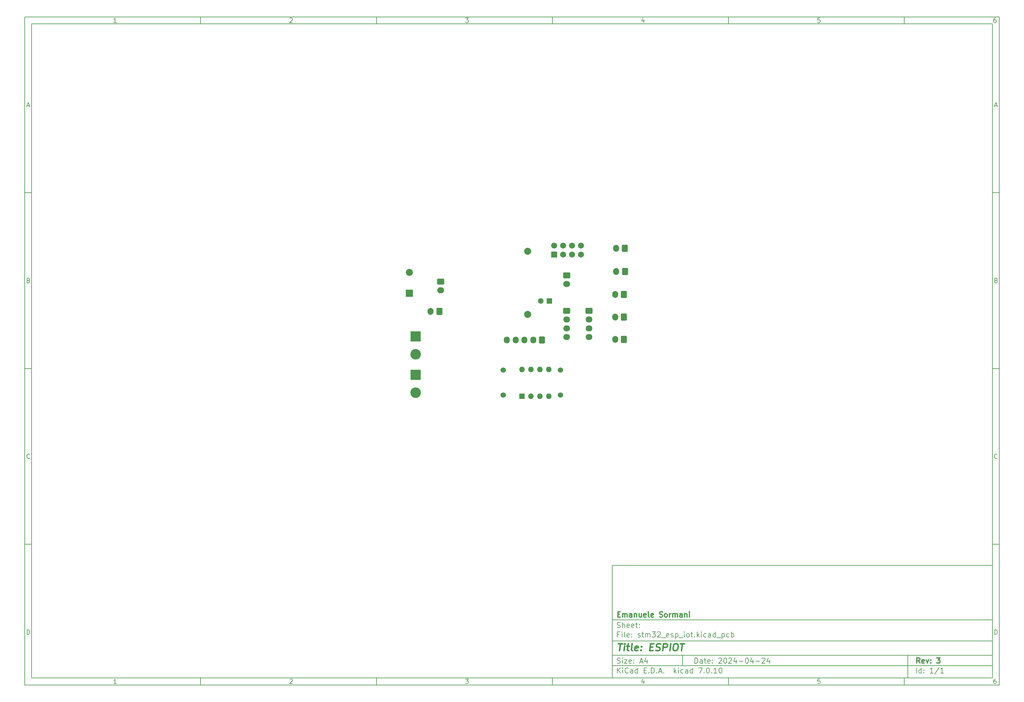
<source format=gbr>
%TF.GenerationSoftware,KiCad,Pcbnew,7.0.10*%
%TF.CreationDate,2024-04-24T00:52:37+02:00*%
%TF.ProjectId,stm32_esp_iot,73746d33-325f-4657-9370-5f696f742e6b,3*%
%TF.SameCoordinates,Original*%
%TF.FileFunction,Soldermask,Bot*%
%TF.FilePolarity,Negative*%
%FSLAX46Y46*%
G04 Gerber Fmt 4.6, Leading zero omitted, Abs format (unit mm)*
G04 Created by KiCad (PCBNEW 7.0.10) date 2024-04-24 00:52:37*
%MOMM*%
%LPD*%
G01*
G04 APERTURE LIST*
G04 Aperture macros list*
%AMRoundRect*
0 Rectangle with rounded corners*
0 $1 Rounding radius*
0 $2 $3 $4 $5 $6 $7 $8 $9 X,Y pos of 4 corners*
0 Add a 4 corners polygon primitive as box body*
4,1,4,$2,$3,$4,$5,$6,$7,$8,$9,$2,$3,0*
0 Add four circle primitives for the rounded corners*
1,1,$1+$1,$2,$3*
1,1,$1+$1,$4,$5*
1,1,$1+$1,$6,$7*
1,1,$1+$1,$8,$9*
0 Add four rect primitives between the rounded corners*
20,1,$1+$1,$2,$3,$4,$5,0*
20,1,$1+$1,$4,$5,$6,$7,0*
20,1,$1+$1,$6,$7,$8,$9,0*
20,1,$1+$1,$8,$9,$2,$3,0*%
G04 Aperture macros list end*
%ADD10C,0.100000*%
%ADD11C,0.150000*%
%ADD12C,0.300000*%
%ADD13C,0.400000*%
%ADD14R,1.600000X1.600000*%
%ADD15C,1.600000*%
%ADD16RoundRect,0.250000X0.600000X0.725000X-0.600000X0.725000X-0.600000X-0.725000X0.600000X-0.725000X0*%
%ADD17O,1.700000X1.950000*%
%ADD18RoundRect,0.250000X0.600000X0.750000X-0.600000X0.750000X-0.600000X-0.750000X0.600000X-0.750000X0*%
%ADD19O,1.700000X2.000000*%
%ADD20O,1.600000X1.600000*%
%ADD21RoundRect,0.250000X-0.750000X0.600000X-0.750000X-0.600000X0.750000X-0.600000X0.750000X0.600000X0*%
%ADD22O,2.000000X1.700000*%
%ADD23RoundRect,0.102000X-0.750000X-0.750000X0.750000X-0.750000X0.750000X0.750000X-0.750000X0.750000X0*%
%ADD24C,1.704000*%
%ADD25R,2.999740X2.999740*%
%ADD26C,2.999740*%
%ADD27RoundRect,0.250000X-0.725000X0.600000X-0.725000X-0.600000X0.725000X-0.600000X0.725000X0.600000X0*%
%ADD28O,1.950000X1.700000*%
%ADD29C,2.000000*%
%ADD30R,2.000000X2.000000*%
%ADD31C,1.524000*%
G04 APERTURE END LIST*
D10*
D11*
X177002200Y-166007200D02*
X285002200Y-166007200D01*
X285002200Y-198007200D01*
X177002200Y-198007200D01*
X177002200Y-166007200D01*
D10*
D11*
X10000000Y-10000000D02*
X287002200Y-10000000D01*
X287002200Y-200007200D01*
X10000000Y-200007200D01*
X10000000Y-10000000D01*
D10*
D11*
X12000000Y-12000000D02*
X285002200Y-12000000D01*
X285002200Y-198007200D01*
X12000000Y-198007200D01*
X12000000Y-12000000D01*
D10*
D11*
X60000000Y-12000000D02*
X60000000Y-10000000D01*
D10*
D11*
X110000000Y-12000000D02*
X110000000Y-10000000D01*
D10*
D11*
X160000000Y-12000000D02*
X160000000Y-10000000D01*
D10*
D11*
X210000000Y-12000000D02*
X210000000Y-10000000D01*
D10*
D11*
X260000000Y-12000000D02*
X260000000Y-10000000D01*
D10*
D11*
X36089160Y-11593604D02*
X35346303Y-11593604D01*
X35717731Y-11593604D02*
X35717731Y-10293604D01*
X35717731Y-10293604D02*
X35593922Y-10479319D01*
X35593922Y-10479319D02*
X35470112Y-10603128D01*
X35470112Y-10603128D02*
X35346303Y-10665033D01*
D10*
D11*
X85346303Y-10417414D02*
X85408207Y-10355509D01*
X85408207Y-10355509D02*
X85532017Y-10293604D01*
X85532017Y-10293604D02*
X85841541Y-10293604D01*
X85841541Y-10293604D02*
X85965350Y-10355509D01*
X85965350Y-10355509D02*
X86027255Y-10417414D01*
X86027255Y-10417414D02*
X86089160Y-10541223D01*
X86089160Y-10541223D02*
X86089160Y-10665033D01*
X86089160Y-10665033D02*
X86027255Y-10850747D01*
X86027255Y-10850747D02*
X85284398Y-11593604D01*
X85284398Y-11593604D02*
X86089160Y-11593604D01*
D10*
D11*
X135284398Y-10293604D02*
X136089160Y-10293604D01*
X136089160Y-10293604D02*
X135655826Y-10788842D01*
X135655826Y-10788842D02*
X135841541Y-10788842D01*
X135841541Y-10788842D02*
X135965350Y-10850747D01*
X135965350Y-10850747D02*
X136027255Y-10912652D01*
X136027255Y-10912652D02*
X136089160Y-11036461D01*
X136089160Y-11036461D02*
X136089160Y-11345985D01*
X136089160Y-11345985D02*
X136027255Y-11469795D01*
X136027255Y-11469795D02*
X135965350Y-11531700D01*
X135965350Y-11531700D02*
X135841541Y-11593604D01*
X135841541Y-11593604D02*
X135470112Y-11593604D01*
X135470112Y-11593604D02*
X135346303Y-11531700D01*
X135346303Y-11531700D02*
X135284398Y-11469795D01*
D10*
D11*
X185965350Y-10726938D02*
X185965350Y-11593604D01*
X185655826Y-10231700D02*
X185346303Y-11160271D01*
X185346303Y-11160271D02*
X186151064Y-11160271D01*
D10*
D11*
X236027255Y-10293604D02*
X235408207Y-10293604D01*
X235408207Y-10293604D02*
X235346303Y-10912652D01*
X235346303Y-10912652D02*
X235408207Y-10850747D01*
X235408207Y-10850747D02*
X235532017Y-10788842D01*
X235532017Y-10788842D02*
X235841541Y-10788842D01*
X235841541Y-10788842D02*
X235965350Y-10850747D01*
X235965350Y-10850747D02*
X236027255Y-10912652D01*
X236027255Y-10912652D02*
X236089160Y-11036461D01*
X236089160Y-11036461D02*
X236089160Y-11345985D01*
X236089160Y-11345985D02*
X236027255Y-11469795D01*
X236027255Y-11469795D02*
X235965350Y-11531700D01*
X235965350Y-11531700D02*
X235841541Y-11593604D01*
X235841541Y-11593604D02*
X235532017Y-11593604D01*
X235532017Y-11593604D02*
X235408207Y-11531700D01*
X235408207Y-11531700D02*
X235346303Y-11469795D01*
D10*
D11*
X285965350Y-10293604D02*
X285717731Y-10293604D01*
X285717731Y-10293604D02*
X285593922Y-10355509D01*
X285593922Y-10355509D02*
X285532017Y-10417414D01*
X285532017Y-10417414D02*
X285408207Y-10603128D01*
X285408207Y-10603128D02*
X285346303Y-10850747D01*
X285346303Y-10850747D02*
X285346303Y-11345985D01*
X285346303Y-11345985D02*
X285408207Y-11469795D01*
X285408207Y-11469795D02*
X285470112Y-11531700D01*
X285470112Y-11531700D02*
X285593922Y-11593604D01*
X285593922Y-11593604D02*
X285841541Y-11593604D01*
X285841541Y-11593604D02*
X285965350Y-11531700D01*
X285965350Y-11531700D02*
X286027255Y-11469795D01*
X286027255Y-11469795D02*
X286089160Y-11345985D01*
X286089160Y-11345985D02*
X286089160Y-11036461D01*
X286089160Y-11036461D02*
X286027255Y-10912652D01*
X286027255Y-10912652D02*
X285965350Y-10850747D01*
X285965350Y-10850747D02*
X285841541Y-10788842D01*
X285841541Y-10788842D02*
X285593922Y-10788842D01*
X285593922Y-10788842D02*
X285470112Y-10850747D01*
X285470112Y-10850747D02*
X285408207Y-10912652D01*
X285408207Y-10912652D02*
X285346303Y-11036461D01*
D10*
D11*
X60000000Y-198007200D02*
X60000000Y-200007200D01*
D10*
D11*
X110000000Y-198007200D02*
X110000000Y-200007200D01*
D10*
D11*
X160000000Y-198007200D02*
X160000000Y-200007200D01*
D10*
D11*
X210000000Y-198007200D02*
X210000000Y-200007200D01*
D10*
D11*
X260000000Y-198007200D02*
X260000000Y-200007200D01*
D10*
D11*
X36089160Y-199600804D02*
X35346303Y-199600804D01*
X35717731Y-199600804D02*
X35717731Y-198300804D01*
X35717731Y-198300804D02*
X35593922Y-198486519D01*
X35593922Y-198486519D02*
X35470112Y-198610328D01*
X35470112Y-198610328D02*
X35346303Y-198672233D01*
D10*
D11*
X85346303Y-198424614D02*
X85408207Y-198362709D01*
X85408207Y-198362709D02*
X85532017Y-198300804D01*
X85532017Y-198300804D02*
X85841541Y-198300804D01*
X85841541Y-198300804D02*
X85965350Y-198362709D01*
X85965350Y-198362709D02*
X86027255Y-198424614D01*
X86027255Y-198424614D02*
X86089160Y-198548423D01*
X86089160Y-198548423D02*
X86089160Y-198672233D01*
X86089160Y-198672233D02*
X86027255Y-198857947D01*
X86027255Y-198857947D02*
X85284398Y-199600804D01*
X85284398Y-199600804D02*
X86089160Y-199600804D01*
D10*
D11*
X135284398Y-198300804D02*
X136089160Y-198300804D01*
X136089160Y-198300804D02*
X135655826Y-198796042D01*
X135655826Y-198796042D02*
X135841541Y-198796042D01*
X135841541Y-198796042D02*
X135965350Y-198857947D01*
X135965350Y-198857947D02*
X136027255Y-198919852D01*
X136027255Y-198919852D02*
X136089160Y-199043661D01*
X136089160Y-199043661D02*
X136089160Y-199353185D01*
X136089160Y-199353185D02*
X136027255Y-199476995D01*
X136027255Y-199476995D02*
X135965350Y-199538900D01*
X135965350Y-199538900D02*
X135841541Y-199600804D01*
X135841541Y-199600804D02*
X135470112Y-199600804D01*
X135470112Y-199600804D02*
X135346303Y-199538900D01*
X135346303Y-199538900D02*
X135284398Y-199476995D01*
D10*
D11*
X185965350Y-198734138D02*
X185965350Y-199600804D01*
X185655826Y-198238900D02*
X185346303Y-199167471D01*
X185346303Y-199167471D02*
X186151064Y-199167471D01*
D10*
D11*
X236027255Y-198300804D02*
X235408207Y-198300804D01*
X235408207Y-198300804D02*
X235346303Y-198919852D01*
X235346303Y-198919852D02*
X235408207Y-198857947D01*
X235408207Y-198857947D02*
X235532017Y-198796042D01*
X235532017Y-198796042D02*
X235841541Y-198796042D01*
X235841541Y-198796042D02*
X235965350Y-198857947D01*
X235965350Y-198857947D02*
X236027255Y-198919852D01*
X236027255Y-198919852D02*
X236089160Y-199043661D01*
X236089160Y-199043661D02*
X236089160Y-199353185D01*
X236089160Y-199353185D02*
X236027255Y-199476995D01*
X236027255Y-199476995D02*
X235965350Y-199538900D01*
X235965350Y-199538900D02*
X235841541Y-199600804D01*
X235841541Y-199600804D02*
X235532017Y-199600804D01*
X235532017Y-199600804D02*
X235408207Y-199538900D01*
X235408207Y-199538900D02*
X235346303Y-199476995D01*
D10*
D11*
X285965350Y-198300804D02*
X285717731Y-198300804D01*
X285717731Y-198300804D02*
X285593922Y-198362709D01*
X285593922Y-198362709D02*
X285532017Y-198424614D01*
X285532017Y-198424614D02*
X285408207Y-198610328D01*
X285408207Y-198610328D02*
X285346303Y-198857947D01*
X285346303Y-198857947D02*
X285346303Y-199353185D01*
X285346303Y-199353185D02*
X285408207Y-199476995D01*
X285408207Y-199476995D02*
X285470112Y-199538900D01*
X285470112Y-199538900D02*
X285593922Y-199600804D01*
X285593922Y-199600804D02*
X285841541Y-199600804D01*
X285841541Y-199600804D02*
X285965350Y-199538900D01*
X285965350Y-199538900D02*
X286027255Y-199476995D01*
X286027255Y-199476995D02*
X286089160Y-199353185D01*
X286089160Y-199353185D02*
X286089160Y-199043661D01*
X286089160Y-199043661D02*
X286027255Y-198919852D01*
X286027255Y-198919852D02*
X285965350Y-198857947D01*
X285965350Y-198857947D02*
X285841541Y-198796042D01*
X285841541Y-198796042D02*
X285593922Y-198796042D01*
X285593922Y-198796042D02*
X285470112Y-198857947D01*
X285470112Y-198857947D02*
X285408207Y-198919852D01*
X285408207Y-198919852D02*
X285346303Y-199043661D01*
D10*
D11*
X10000000Y-60000000D02*
X12000000Y-60000000D01*
D10*
D11*
X10000000Y-110000000D02*
X12000000Y-110000000D01*
D10*
D11*
X10000000Y-160000000D02*
X12000000Y-160000000D01*
D10*
D11*
X10690476Y-35222176D02*
X11309523Y-35222176D01*
X10566666Y-35593604D02*
X10999999Y-34293604D01*
X10999999Y-34293604D02*
X11433333Y-35593604D01*
D10*
D11*
X11092857Y-84912652D02*
X11278571Y-84974557D01*
X11278571Y-84974557D02*
X11340476Y-85036461D01*
X11340476Y-85036461D02*
X11402380Y-85160271D01*
X11402380Y-85160271D02*
X11402380Y-85345985D01*
X11402380Y-85345985D02*
X11340476Y-85469795D01*
X11340476Y-85469795D02*
X11278571Y-85531700D01*
X11278571Y-85531700D02*
X11154761Y-85593604D01*
X11154761Y-85593604D02*
X10659523Y-85593604D01*
X10659523Y-85593604D02*
X10659523Y-84293604D01*
X10659523Y-84293604D02*
X11092857Y-84293604D01*
X11092857Y-84293604D02*
X11216666Y-84355509D01*
X11216666Y-84355509D02*
X11278571Y-84417414D01*
X11278571Y-84417414D02*
X11340476Y-84541223D01*
X11340476Y-84541223D02*
X11340476Y-84665033D01*
X11340476Y-84665033D02*
X11278571Y-84788842D01*
X11278571Y-84788842D02*
X11216666Y-84850747D01*
X11216666Y-84850747D02*
X11092857Y-84912652D01*
X11092857Y-84912652D02*
X10659523Y-84912652D01*
D10*
D11*
X11402380Y-135469795D02*
X11340476Y-135531700D01*
X11340476Y-135531700D02*
X11154761Y-135593604D01*
X11154761Y-135593604D02*
X11030952Y-135593604D01*
X11030952Y-135593604D02*
X10845238Y-135531700D01*
X10845238Y-135531700D02*
X10721428Y-135407890D01*
X10721428Y-135407890D02*
X10659523Y-135284080D01*
X10659523Y-135284080D02*
X10597619Y-135036461D01*
X10597619Y-135036461D02*
X10597619Y-134850747D01*
X10597619Y-134850747D02*
X10659523Y-134603128D01*
X10659523Y-134603128D02*
X10721428Y-134479319D01*
X10721428Y-134479319D02*
X10845238Y-134355509D01*
X10845238Y-134355509D02*
X11030952Y-134293604D01*
X11030952Y-134293604D02*
X11154761Y-134293604D01*
X11154761Y-134293604D02*
X11340476Y-134355509D01*
X11340476Y-134355509D02*
X11402380Y-134417414D01*
D10*
D11*
X10659523Y-185593604D02*
X10659523Y-184293604D01*
X10659523Y-184293604D02*
X10969047Y-184293604D01*
X10969047Y-184293604D02*
X11154761Y-184355509D01*
X11154761Y-184355509D02*
X11278571Y-184479319D01*
X11278571Y-184479319D02*
X11340476Y-184603128D01*
X11340476Y-184603128D02*
X11402380Y-184850747D01*
X11402380Y-184850747D02*
X11402380Y-185036461D01*
X11402380Y-185036461D02*
X11340476Y-185284080D01*
X11340476Y-185284080D02*
X11278571Y-185407890D01*
X11278571Y-185407890D02*
X11154761Y-185531700D01*
X11154761Y-185531700D02*
X10969047Y-185593604D01*
X10969047Y-185593604D02*
X10659523Y-185593604D01*
D10*
D11*
X287002200Y-60000000D02*
X285002200Y-60000000D01*
D10*
D11*
X287002200Y-110000000D02*
X285002200Y-110000000D01*
D10*
D11*
X287002200Y-160000000D02*
X285002200Y-160000000D01*
D10*
D11*
X285692676Y-35222176D02*
X286311723Y-35222176D01*
X285568866Y-35593604D02*
X286002199Y-34293604D01*
X286002199Y-34293604D02*
X286435533Y-35593604D01*
D10*
D11*
X286095057Y-84912652D02*
X286280771Y-84974557D01*
X286280771Y-84974557D02*
X286342676Y-85036461D01*
X286342676Y-85036461D02*
X286404580Y-85160271D01*
X286404580Y-85160271D02*
X286404580Y-85345985D01*
X286404580Y-85345985D02*
X286342676Y-85469795D01*
X286342676Y-85469795D02*
X286280771Y-85531700D01*
X286280771Y-85531700D02*
X286156961Y-85593604D01*
X286156961Y-85593604D02*
X285661723Y-85593604D01*
X285661723Y-85593604D02*
X285661723Y-84293604D01*
X285661723Y-84293604D02*
X286095057Y-84293604D01*
X286095057Y-84293604D02*
X286218866Y-84355509D01*
X286218866Y-84355509D02*
X286280771Y-84417414D01*
X286280771Y-84417414D02*
X286342676Y-84541223D01*
X286342676Y-84541223D02*
X286342676Y-84665033D01*
X286342676Y-84665033D02*
X286280771Y-84788842D01*
X286280771Y-84788842D02*
X286218866Y-84850747D01*
X286218866Y-84850747D02*
X286095057Y-84912652D01*
X286095057Y-84912652D02*
X285661723Y-84912652D01*
D10*
D11*
X286404580Y-135469795D02*
X286342676Y-135531700D01*
X286342676Y-135531700D02*
X286156961Y-135593604D01*
X286156961Y-135593604D02*
X286033152Y-135593604D01*
X286033152Y-135593604D02*
X285847438Y-135531700D01*
X285847438Y-135531700D02*
X285723628Y-135407890D01*
X285723628Y-135407890D02*
X285661723Y-135284080D01*
X285661723Y-135284080D02*
X285599819Y-135036461D01*
X285599819Y-135036461D02*
X285599819Y-134850747D01*
X285599819Y-134850747D02*
X285661723Y-134603128D01*
X285661723Y-134603128D02*
X285723628Y-134479319D01*
X285723628Y-134479319D02*
X285847438Y-134355509D01*
X285847438Y-134355509D02*
X286033152Y-134293604D01*
X286033152Y-134293604D02*
X286156961Y-134293604D01*
X286156961Y-134293604D02*
X286342676Y-134355509D01*
X286342676Y-134355509D02*
X286404580Y-134417414D01*
D10*
D11*
X285661723Y-185593604D02*
X285661723Y-184293604D01*
X285661723Y-184293604D02*
X285971247Y-184293604D01*
X285971247Y-184293604D02*
X286156961Y-184355509D01*
X286156961Y-184355509D02*
X286280771Y-184479319D01*
X286280771Y-184479319D02*
X286342676Y-184603128D01*
X286342676Y-184603128D02*
X286404580Y-184850747D01*
X286404580Y-184850747D02*
X286404580Y-185036461D01*
X286404580Y-185036461D02*
X286342676Y-185284080D01*
X286342676Y-185284080D02*
X286280771Y-185407890D01*
X286280771Y-185407890D02*
X286156961Y-185531700D01*
X286156961Y-185531700D02*
X285971247Y-185593604D01*
X285971247Y-185593604D02*
X285661723Y-185593604D01*
D10*
D11*
X200458026Y-193793328D02*
X200458026Y-192293328D01*
X200458026Y-192293328D02*
X200815169Y-192293328D01*
X200815169Y-192293328D02*
X201029455Y-192364757D01*
X201029455Y-192364757D02*
X201172312Y-192507614D01*
X201172312Y-192507614D02*
X201243741Y-192650471D01*
X201243741Y-192650471D02*
X201315169Y-192936185D01*
X201315169Y-192936185D02*
X201315169Y-193150471D01*
X201315169Y-193150471D02*
X201243741Y-193436185D01*
X201243741Y-193436185D02*
X201172312Y-193579042D01*
X201172312Y-193579042D02*
X201029455Y-193721900D01*
X201029455Y-193721900D02*
X200815169Y-193793328D01*
X200815169Y-193793328D02*
X200458026Y-193793328D01*
X202600884Y-193793328D02*
X202600884Y-193007614D01*
X202600884Y-193007614D02*
X202529455Y-192864757D01*
X202529455Y-192864757D02*
X202386598Y-192793328D01*
X202386598Y-192793328D02*
X202100884Y-192793328D01*
X202100884Y-192793328D02*
X201958026Y-192864757D01*
X202600884Y-193721900D02*
X202458026Y-193793328D01*
X202458026Y-193793328D02*
X202100884Y-193793328D01*
X202100884Y-193793328D02*
X201958026Y-193721900D01*
X201958026Y-193721900D02*
X201886598Y-193579042D01*
X201886598Y-193579042D02*
X201886598Y-193436185D01*
X201886598Y-193436185D02*
X201958026Y-193293328D01*
X201958026Y-193293328D02*
X202100884Y-193221900D01*
X202100884Y-193221900D02*
X202458026Y-193221900D01*
X202458026Y-193221900D02*
X202600884Y-193150471D01*
X203100884Y-192793328D02*
X203672312Y-192793328D01*
X203315169Y-192293328D02*
X203315169Y-193579042D01*
X203315169Y-193579042D02*
X203386598Y-193721900D01*
X203386598Y-193721900D02*
X203529455Y-193793328D01*
X203529455Y-193793328D02*
X203672312Y-193793328D01*
X204743741Y-193721900D02*
X204600884Y-193793328D01*
X204600884Y-193793328D02*
X204315170Y-193793328D01*
X204315170Y-193793328D02*
X204172312Y-193721900D01*
X204172312Y-193721900D02*
X204100884Y-193579042D01*
X204100884Y-193579042D02*
X204100884Y-193007614D01*
X204100884Y-193007614D02*
X204172312Y-192864757D01*
X204172312Y-192864757D02*
X204315170Y-192793328D01*
X204315170Y-192793328D02*
X204600884Y-192793328D01*
X204600884Y-192793328D02*
X204743741Y-192864757D01*
X204743741Y-192864757D02*
X204815170Y-193007614D01*
X204815170Y-193007614D02*
X204815170Y-193150471D01*
X204815170Y-193150471D02*
X204100884Y-193293328D01*
X205458026Y-193650471D02*
X205529455Y-193721900D01*
X205529455Y-193721900D02*
X205458026Y-193793328D01*
X205458026Y-193793328D02*
X205386598Y-193721900D01*
X205386598Y-193721900D02*
X205458026Y-193650471D01*
X205458026Y-193650471D02*
X205458026Y-193793328D01*
X205458026Y-192864757D02*
X205529455Y-192936185D01*
X205529455Y-192936185D02*
X205458026Y-193007614D01*
X205458026Y-193007614D02*
X205386598Y-192936185D01*
X205386598Y-192936185D02*
X205458026Y-192864757D01*
X205458026Y-192864757D02*
X205458026Y-193007614D01*
X207243741Y-192436185D02*
X207315169Y-192364757D01*
X207315169Y-192364757D02*
X207458027Y-192293328D01*
X207458027Y-192293328D02*
X207815169Y-192293328D01*
X207815169Y-192293328D02*
X207958027Y-192364757D01*
X207958027Y-192364757D02*
X208029455Y-192436185D01*
X208029455Y-192436185D02*
X208100884Y-192579042D01*
X208100884Y-192579042D02*
X208100884Y-192721900D01*
X208100884Y-192721900D02*
X208029455Y-192936185D01*
X208029455Y-192936185D02*
X207172312Y-193793328D01*
X207172312Y-193793328D02*
X208100884Y-193793328D01*
X209029455Y-192293328D02*
X209172312Y-192293328D01*
X209172312Y-192293328D02*
X209315169Y-192364757D01*
X209315169Y-192364757D02*
X209386598Y-192436185D01*
X209386598Y-192436185D02*
X209458026Y-192579042D01*
X209458026Y-192579042D02*
X209529455Y-192864757D01*
X209529455Y-192864757D02*
X209529455Y-193221900D01*
X209529455Y-193221900D02*
X209458026Y-193507614D01*
X209458026Y-193507614D02*
X209386598Y-193650471D01*
X209386598Y-193650471D02*
X209315169Y-193721900D01*
X209315169Y-193721900D02*
X209172312Y-193793328D01*
X209172312Y-193793328D02*
X209029455Y-193793328D01*
X209029455Y-193793328D02*
X208886598Y-193721900D01*
X208886598Y-193721900D02*
X208815169Y-193650471D01*
X208815169Y-193650471D02*
X208743740Y-193507614D01*
X208743740Y-193507614D02*
X208672312Y-193221900D01*
X208672312Y-193221900D02*
X208672312Y-192864757D01*
X208672312Y-192864757D02*
X208743740Y-192579042D01*
X208743740Y-192579042D02*
X208815169Y-192436185D01*
X208815169Y-192436185D02*
X208886598Y-192364757D01*
X208886598Y-192364757D02*
X209029455Y-192293328D01*
X210100883Y-192436185D02*
X210172311Y-192364757D01*
X210172311Y-192364757D02*
X210315169Y-192293328D01*
X210315169Y-192293328D02*
X210672311Y-192293328D01*
X210672311Y-192293328D02*
X210815169Y-192364757D01*
X210815169Y-192364757D02*
X210886597Y-192436185D01*
X210886597Y-192436185D02*
X210958026Y-192579042D01*
X210958026Y-192579042D02*
X210958026Y-192721900D01*
X210958026Y-192721900D02*
X210886597Y-192936185D01*
X210886597Y-192936185D02*
X210029454Y-193793328D01*
X210029454Y-193793328D02*
X210958026Y-193793328D01*
X212243740Y-192793328D02*
X212243740Y-193793328D01*
X211886597Y-192221900D02*
X211529454Y-193293328D01*
X211529454Y-193293328D02*
X212458025Y-193293328D01*
X213029453Y-193221900D02*
X214172311Y-193221900D01*
X215172311Y-192293328D02*
X215315168Y-192293328D01*
X215315168Y-192293328D02*
X215458025Y-192364757D01*
X215458025Y-192364757D02*
X215529454Y-192436185D01*
X215529454Y-192436185D02*
X215600882Y-192579042D01*
X215600882Y-192579042D02*
X215672311Y-192864757D01*
X215672311Y-192864757D02*
X215672311Y-193221900D01*
X215672311Y-193221900D02*
X215600882Y-193507614D01*
X215600882Y-193507614D02*
X215529454Y-193650471D01*
X215529454Y-193650471D02*
X215458025Y-193721900D01*
X215458025Y-193721900D02*
X215315168Y-193793328D01*
X215315168Y-193793328D02*
X215172311Y-193793328D01*
X215172311Y-193793328D02*
X215029454Y-193721900D01*
X215029454Y-193721900D02*
X214958025Y-193650471D01*
X214958025Y-193650471D02*
X214886596Y-193507614D01*
X214886596Y-193507614D02*
X214815168Y-193221900D01*
X214815168Y-193221900D02*
X214815168Y-192864757D01*
X214815168Y-192864757D02*
X214886596Y-192579042D01*
X214886596Y-192579042D02*
X214958025Y-192436185D01*
X214958025Y-192436185D02*
X215029454Y-192364757D01*
X215029454Y-192364757D02*
X215172311Y-192293328D01*
X216958025Y-192793328D02*
X216958025Y-193793328D01*
X216600882Y-192221900D02*
X216243739Y-193293328D01*
X216243739Y-193293328D02*
X217172310Y-193293328D01*
X217743738Y-193221900D02*
X218886596Y-193221900D01*
X219529453Y-192436185D02*
X219600881Y-192364757D01*
X219600881Y-192364757D02*
X219743739Y-192293328D01*
X219743739Y-192293328D02*
X220100881Y-192293328D01*
X220100881Y-192293328D02*
X220243739Y-192364757D01*
X220243739Y-192364757D02*
X220315167Y-192436185D01*
X220315167Y-192436185D02*
X220386596Y-192579042D01*
X220386596Y-192579042D02*
X220386596Y-192721900D01*
X220386596Y-192721900D02*
X220315167Y-192936185D01*
X220315167Y-192936185D02*
X219458024Y-193793328D01*
X219458024Y-193793328D02*
X220386596Y-193793328D01*
X221672310Y-192793328D02*
X221672310Y-193793328D01*
X221315167Y-192221900D02*
X220958024Y-193293328D01*
X220958024Y-193293328D02*
X221886595Y-193293328D01*
D10*
D11*
X177002200Y-194507200D02*
X285002200Y-194507200D01*
D10*
D11*
X178458026Y-196593328D02*
X178458026Y-195093328D01*
X179315169Y-196593328D02*
X178672312Y-195736185D01*
X179315169Y-195093328D02*
X178458026Y-195950471D01*
X179958026Y-196593328D02*
X179958026Y-195593328D01*
X179958026Y-195093328D02*
X179886598Y-195164757D01*
X179886598Y-195164757D02*
X179958026Y-195236185D01*
X179958026Y-195236185D02*
X180029455Y-195164757D01*
X180029455Y-195164757D02*
X179958026Y-195093328D01*
X179958026Y-195093328D02*
X179958026Y-195236185D01*
X181529455Y-196450471D02*
X181458027Y-196521900D01*
X181458027Y-196521900D02*
X181243741Y-196593328D01*
X181243741Y-196593328D02*
X181100884Y-196593328D01*
X181100884Y-196593328D02*
X180886598Y-196521900D01*
X180886598Y-196521900D02*
X180743741Y-196379042D01*
X180743741Y-196379042D02*
X180672312Y-196236185D01*
X180672312Y-196236185D02*
X180600884Y-195950471D01*
X180600884Y-195950471D02*
X180600884Y-195736185D01*
X180600884Y-195736185D02*
X180672312Y-195450471D01*
X180672312Y-195450471D02*
X180743741Y-195307614D01*
X180743741Y-195307614D02*
X180886598Y-195164757D01*
X180886598Y-195164757D02*
X181100884Y-195093328D01*
X181100884Y-195093328D02*
X181243741Y-195093328D01*
X181243741Y-195093328D02*
X181458027Y-195164757D01*
X181458027Y-195164757D02*
X181529455Y-195236185D01*
X182815170Y-196593328D02*
X182815170Y-195807614D01*
X182815170Y-195807614D02*
X182743741Y-195664757D01*
X182743741Y-195664757D02*
X182600884Y-195593328D01*
X182600884Y-195593328D02*
X182315170Y-195593328D01*
X182315170Y-195593328D02*
X182172312Y-195664757D01*
X182815170Y-196521900D02*
X182672312Y-196593328D01*
X182672312Y-196593328D02*
X182315170Y-196593328D01*
X182315170Y-196593328D02*
X182172312Y-196521900D01*
X182172312Y-196521900D02*
X182100884Y-196379042D01*
X182100884Y-196379042D02*
X182100884Y-196236185D01*
X182100884Y-196236185D02*
X182172312Y-196093328D01*
X182172312Y-196093328D02*
X182315170Y-196021900D01*
X182315170Y-196021900D02*
X182672312Y-196021900D01*
X182672312Y-196021900D02*
X182815170Y-195950471D01*
X184172313Y-196593328D02*
X184172313Y-195093328D01*
X184172313Y-196521900D02*
X184029455Y-196593328D01*
X184029455Y-196593328D02*
X183743741Y-196593328D01*
X183743741Y-196593328D02*
X183600884Y-196521900D01*
X183600884Y-196521900D02*
X183529455Y-196450471D01*
X183529455Y-196450471D02*
X183458027Y-196307614D01*
X183458027Y-196307614D02*
X183458027Y-195879042D01*
X183458027Y-195879042D02*
X183529455Y-195736185D01*
X183529455Y-195736185D02*
X183600884Y-195664757D01*
X183600884Y-195664757D02*
X183743741Y-195593328D01*
X183743741Y-195593328D02*
X184029455Y-195593328D01*
X184029455Y-195593328D02*
X184172313Y-195664757D01*
X186029455Y-195807614D02*
X186529455Y-195807614D01*
X186743741Y-196593328D02*
X186029455Y-196593328D01*
X186029455Y-196593328D02*
X186029455Y-195093328D01*
X186029455Y-195093328D02*
X186743741Y-195093328D01*
X187386598Y-196450471D02*
X187458027Y-196521900D01*
X187458027Y-196521900D02*
X187386598Y-196593328D01*
X187386598Y-196593328D02*
X187315170Y-196521900D01*
X187315170Y-196521900D02*
X187386598Y-196450471D01*
X187386598Y-196450471D02*
X187386598Y-196593328D01*
X188100884Y-196593328D02*
X188100884Y-195093328D01*
X188100884Y-195093328D02*
X188458027Y-195093328D01*
X188458027Y-195093328D02*
X188672313Y-195164757D01*
X188672313Y-195164757D02*
X188815170Y-195307614D01*
X188815170Y-195307614D02*
X188886599Y-195450471D01*
X188886599Y-195450471D02*
X188958027Y-195736185D01*
X188958027Y-195736185D02*
X188958027Y-195950471D01*
X188958027Y-195950471D02*
X188886599Y-196236185D01*
X188886599Y-196236185D02*
X188815170Y-196379042D01*
X188815170Y-196379042D02*
X188672313Y-196521900D01*
X188672313Y-196521900D02*
X188458027Y-196593328D01*
X188458027Y-196593328D02*
X188100884Y-196593328D01*
X189600884Y-196450471D02*
X189672313Y-196521900D01*
X189672313Y-196521900D02*
X189600884Y-196593328D01*
X189600884Y-196593328D02*
X189529456Y-196521900D01*
X189529456Y-196521900D02*
X189600884Y-196450471D01*
X189600884Y-196450471D02*
X189600884Y-196593328D01*
X190243742Y-196164757D02*
X190958028Y-196164757D01*
X190100885Y-196593328D02*
X190600885Y-195093328D01*
X190600885Y-195093328D02*
X191100885Y-196593328D01*
X191600884Y-196450471D02*
X191672313Y-196521900D01*
X191672313Y-196521900D02*
X191600884Y-196593328D01*
X191600884Y-196593328D02*
X191529456Y-196521900D01*
X191529456Y-196521900D02*
X191600884Y-196450471D01*
X191600884Y-196450471D02*
X191600884Y-196593328D01*
X194600884Y-196593328D02*
X194600884Y-195093328D01*
X194743742Y-196021900D02*
X195172313Y-196593328D01*
X195172313Y-195593328D02*
X194600884Y-196164757D01*
X195815170Y-196593328D02*
X195815170Y-195593328D01*
X195815170Y-195093328D02*
X195743742Y-195164757D01*
X195743742Y-195164757D02*
X195815170Y-195236185D01*
X195815170Y-195236185D02*
X195886599Y-195164757D01*
X195886599Y-195164757D02*
X195815170Y-195093328D01*
X195815170Y-195093328D02*
X195815170Y-195236185D01*
X197172314Y-196521900D02*
X197029456Y-196593328D01*
X197029456Y-196593328D02*
X196743742Y-196593328D01*
X196743742Y-196593328D02*
X196600885Y-196521900D01*
X196600885Y-196521900D02*
X196529456Y-196450471D01*
X196529456Y-196450471D02*
X196458028Y-196307614D01*
X196458028Y-196307614D02*
X196458028Y-195879042D01*
X196458028Y-195879042D02*
X196529456Y-195736185D01*
X196529456Y-195736185D02*
X196600885Y-195664757D01*
X196600885Y-195664757D02*
X196743742Y-195593328D01*
X196743742Y-195593328D02*
X197029456Y-195593328D01*
X197029456Y-195593328D02*
X197172314Y-195664757D01*
X198458028Y-196593328D02*
X198458028Y-195807614D01*
X198458028Y-195807614D02*
X198386599Y-195664757D01*
X198386599Y-195664757D02*
X198243742Y-195593328D01*
X198243742Y-195593328D02*
X197958028Y-195593328D01*
X197958028Y-195593328D02*
X197815170Y-195664757D01*
X198458028Y-196521900D02*
X198315170Y-196593328D01*
X198315170Y-196593328D02*
X197958028Y-196593328D01*
X197958028Y-196593328D02*
X197815170Y-196521900D01*
X197815170Y-196521900D02*
X197743742Y-196379042D01*
X197743742Y-196379042D02*
X197743742Y-196236185D01*
X197743742Y-196236185D02*
X197815170Y-196093328D01*
X197815170Y-196093328D02*
X197958028Y-196021900D01*
X197958028Y-196021900D02*
X198315170Y-196021900D01*
X198315170Y-196021900D02*
X198458028Y-195950471D01*
X199815171Y-196593328D02*
X199815171Y-195093328D01*
X199815171Y-196521900D02*
X199672313Y-196593328D01*
X199672313Y-196593328D02*
X199386599Y-196593328D01*
X199386599Y-196593328D02*
X199243742Y-196521900D01*
X199243742Y-196521900D02*
X199172313Y-196450471D01*
X199172313Y-196450471D02*
X199100885Y-196307614D01*
X199100885Y-196307614D02*
X199100885Y-195879042D01*
X199100885Y-195879042D02*
X199172313Y-195736185D01*
X199172313Y-195736185D02*
X199243742Y-195664757D01*
X199243742Y-195664757D02*
X199386599Y-195593328D01*
X199386599Y-195593328D02*
X199672313Y-195593328D01*
X199672313Y-195593328D02*
X199815171Y-195664757D01*
X201529456Y-195093328D02*
X202529456Y-195093328D01*
X202529456Y-195093328D02*
X201886599Y-196593328D01*
X203100884Y-196450471D02*
X203172313Y-196521900D01*
X203172313Y-196521900D02*
X203100884Y-196593328D01*
X203100884Y-196593328D02*
X203029456Y-196521900D01*
X203029456Y-196521900D02*
X203100884Y-196450471D01*
X203100884Y-196450471D02*
X203100884Y-196593328D01*
X204100885Y-195093328D02*
X204243742Y-195093328D01*
X204243742Y-195093328D02*
X204386599Y-195164757D01*
X204386599Y-195164757D02*
X204458028Y-195236185D01*
X204458028Y-195236185D02*
X204529456Y-195379042D01*
X204529456Y-195379042D02*
X204600885Y-195664757D01*
X204600885Y-195664757D02*
X204600885Y-196021900D01*
X204600885Y-196021900D02*
X204529456Y-196307614D01*
X204529456Y-196307614D02*
X204458028Y-196450471D01*
X204458028Y-196450471D02*
X204386599Y-196521900D01*
X204386599Y-196521900D02*
X204243742Y-196593328D01*
X204243742Y-196593328D02*
X204100885Y-196593328D01*
X204100885Y-196593328D02*
X203958028Y-196521900D01*
X203958028Y-196521900D02*
X203886599Y-196450471D01*
X203886599Y-196450471D02*
X203815170Y-196307614D01*
X203815170Y-196307614D02*
X203743742Y-196021900D01*
X203743742Y-196021900D02*
X203743742Y-195664757D01*
X203743742Y-195664757D02*
X203815170Y-195379042D01*
X203815170Y-195379042D02*
X203886599Y-195236185D01*
X203886599Y-195236185D02*
X203958028Y-195164757D01*
X203958028Y-195164757D02*
X204100885Y-195093328D01*
X205243741Y-196450471D02*
X205315170Y-196521900D01*
X205315170Y-196521900D02*
X205243741Y-196593328D01*
X205243741Y-196593328D02*
X205172313Y-196521900D01*
X205172313Y-196521900D02*
X205243741Y-196450471D01*
X205243741Y-196450471D02*
X205243741Y-196593328D01*
X206743742Y-196593328D02*
X205886599Y-196593328D01*
X206315170Y-196593328D02*
X206315170Y-195093328D01*
X206315170Y-195093328D02*
X206172313Y-195307614D01*
X206172313Y-195307614D02*
X206029456Y-195450471D01*
X206029456Y-195450471D02*
X205886599Y-195521900D01*
X207672313Y-195093328D02*
X207815170Y-195093328D01*
X207815170Y-195093328D02*
X207958027Y-195164757D01*
X207958027Y-195164757D02*
X208029456Y-195236185D01*
X208029456Y-195236185D02*
X208100884Y-195379042D01*
X208100884Y-195379042D02*
X208172313Y-195664757D01*
X208172313Y-195664757D02*
X208172313Y-196021900D01*
X208172313Y-196021900D02*
X208100884Y-196307614D01*
X208100884Y-196307614D02*
X208029456Y-196450471D01*
X208029456Y-196450471D02*
X207958027Y-196521900D01*
X207958027Y-196521900D02*
X207815170Y-196593328D01*
X207815170Y-196593328D02*
X207672313Y-196593328D01*
X207672313Y-196593328D02*
X207529456Y-196521900D01*
X207529456Y-196521900D02*
X207458027Y-196450471D01*
X207458027Y-196450471D02*
X207386598Y-196307614D01*
X207386598Y-196307614D02*
X207315170Y-196021900D01*
X207315170Y-196021900D02*
X207315170Y-195664757D01*
X207315170Y-195664757D02*
X207386598Y-195379042D01*
X207386598Y-195379042D02*
X207458027Y-195236185D01*
X207458027Y-195236185D02*
X207529456Y-195164757D01*
X207529456Y-195164757D02*
X207672313Y-195093328D01*
D10*
D11*
X177002200Y-191507200D02*
X285002200Y-191507200D01*
D10*
D12*
X264413853Y-193785528D02*
X263913853Y-193071242D01*
X263556710Y-193785528D02*
X263556710Y-192285528D01*
X263556710Y-192285528D02*
X264128139Y-192285528D01*
X264128139Y-192285528D02*
X264270996Y-192356957D01*
X264270996Y-192356957D02*
X264342425Y-192428385D01*
X264342425Y-192428385D02*
X264413853Y-192571242D01*
X264413853Y-192571242D02*
X264413853Y-192785528D01*
X264413853Y-192785528D02*
X264342425Y-192928385D01*
X264342425Y-192928385D02*
X264270996Y-192999814D01*
X264270996Y-192999814D02*
X264128139Y-193071242D01*
X264128139Y-193071242D02*
X263556710Y-193071242D01*
X265628139Y-193714100D02*
X265485282Y-193785528D01*
X265485282Y-193785528D02*
X265199568Y-193785528D01*
X265199568Y-193785528D02*
X265056710Y-193714100D01*
X265056710Y-193714100D02*
X264985282Y-193571242D01*
X264985282Y-193571242D02*
X264985282Y-192999814D01*
X264985282Y-192999814D02*
X265056710Y-192856957D01*
X265056710Y-192856957D02*
X265199568Y-192785528D01*
X265199568Y-192785528D02*
X265485282Y-192785528D01*
X265485282Y-192785528D02*
X265628139Y-192856957D01*
X265628139Y-192856957D02*
X265699568Y-192999814D01*
X265699568Y-192999814D02*
X265699568Y-193142671D01*
X265699568Y-193142671D02*
X264985282Y-193285528D01*
X266199567Y-192785528D02*
X266556710Y-193785528D01*
X266556710Y-193785528D02*
X266913853Y-192785528D01*
X267485281Y-193642671D02*
X267556710Y-193714100D01*
X267556710Y-193714100D02*
X267485281Y-193785528D01*
X267485281Y-193785528D02*
X267413853Y-193714100D01*
X267413853Y-193714100D02*
X267485281Y-193642671D01*
X267485281Y-193642671D02*
X267485281Y-193785528D01*
X267485281Y-192856957D02*
X267556710Y-192928385D01*
X267556710Y-192928385D02*
X267485281Y-192999814D01*
X267485281Y-192999814D02*
X267413853Y-192928385D01*
X267413853Y-192928385D02*
X267485281Y-192856957D01*
X267485281Y-192856957D02*
X267485281Y-192999814D01*
X269199567Y-192285528D02*
X270128139Y-192285528D01*
X270128139Y-192285528D02*
X269628139Y-192856957D01*
X269628139Y-192856957D02*
X269842424Y-192856957D01*
X269842424Y-192856957D02*
X269985282Y-192928385D01*
X269985282Y-192928385D02*
X270056710Y-192999814D01*
X270056710Y-192999814D02*
X270128139Y-193142671D01*
X270128139Y-193142671D02*
X270128139Y-193499814D01*
X270128139Y-193499814D02*
X270056710Y-193642671D01*
X270056710Y-193642671D02*
X269985282Y-193714100D01*
X269985282Y-193714100D02*
X269842424Y-193785528D01*
X269842424Y-193785528D02*
X269413853Y-193785528D01*
X269413853Y-193785528D02*
X269270996Y-193714100D01*
X269270996Y-193714100D02*
X269199567Y-193642671D01*
D10*
D11*
X178386598Y-193721900D02*
X178600884Y-193793328D01*
X178600884Y-193793328D02*
X178958026Y-193793328D01*
X178958026Y-193793328D02*
X179100884Y-193721900D01*
X179100884Y-193721900D02*
X179172312Y-193650471D01*
X179172312Y-193650471D02*
X179243741Y-193507614D01*
X179243741Y-193507614D02*
X179243741Y-193364757D01*
X179243741Y-193364757D02*
X179172312Y-193221900D01*
X179172312Y-193221900D02*
X179100884Y-193150471D01*
X179100884Y-193150471D02*
X178958026Y-193079042D01*
X178958026Y-193079042D02*
X178672312Y-193007614D01*
X178672312Y-193007614D02*
X178529455Y-192936185D01*
X178529455Y-192936185D02*
X178458026Y-192864757D01*
X178458026Y-192864757D02*
X178386598Y-192721900D01*
X178386598Y-192721900D02*
X178386598Y-192579042D01*
X178386598Y-192579042D02*
X178458026Y-192436185D01*
X178458026Y-192436185D02*
X178529455Y-192364757D01*
X178529455Y-192364757D02*
X178672312Y-192293328D01*
X178672312Y-192293328D02*
X179029455Y-192293328D01*
X179029455Y-192293328D02*
X179243741Y-192364757D01*
X179886597Y-193793328D02*
X179886597Y-192793328D01*
X179886597Y-192293328D02*
X179815169Y-192364757D01*
X179815169Y-192364757D02*
X179886597Y-192436185D01*
X179886597Y-192436185D02*
X179958026Y-192364757D01*
X179958026Y-192364757D02*
X179886597Y-192293328D01*
X179886597Y-192293328D02*
X179886597Y-192436185D01*
X180458026Y-192793328D02*
X181243741Y-192793328D01*
X181243741Y-192793328D02*
X180458026Y-193793328D01*
X180458026Y-193793328D02*
X181243741Y-193793328D01*
X182386598Y-193721900D02*
X182243741Y-193793328D01*
X182243741Y-193793328D02*
X181958027Y-193793328D01*
X181958027Y-193793328D02*
X181815169Y-193721900D01*
X181815169Y-193721900D02*
X181743741Y-193579042D01*
X181743741Y-193579042D02*
X181743741Y-193007614D01*
X181743741Y-193007614D02*
X181815169Y-192864757D01*
X181815169Y-192864757D02*
X181958027Y-192793328D01*
X181958027Y-192793328D02*
X182243741Y-192793328D01*
X182243741Y-192793328D02*
X182386598Y-192864757D01*
X182386598Y-192864757D02*
X182458027Y-193007614D01*
X182458027Y-193007614D02*
X182458027Y-193150471D01*
X182458027Y-193150471D02*
X181743741Y-193293328D01*
X183100883Y-193650471D02*
X183172312Y-193721900D01*
X183172312Y-193721900D02*
X183100883Y-193793328D01*
X183100883Y-193793328D02*
X183029455Y-193721900D01*
X183029455Y-193721900D02*
X183100883Y-193650471D01*
X183100883Y-193650471D02*
X183100883Y-193793328D01*
X183100883Y-192864757D02*
X183172312Y-192936185D01*
X183172312Y-192936185D02*
X183100883Y-193007614D01*
X183100883Y-193007614D02*
X183029455Y-192936185D01*
X183029455Y-192936185D02*
X183100883Y-192864757D01*
X183100883Y-192864757D02*
X183100883Y-193007614D01*
X184886598Y-193364757D02*
X185600884Y-193364757D01*
X184743741Y-193793328D02*
X185243741Y-192293328D01*
X185243741Y-192293328D02*
X185743741Y-193793328D01*
X186886598Y-192793328D02*
X186886598Y-193793328D01*
X186529455Y-192221900D02*
X186172312Y-193293328D01*
X186172312Y-193293328D02*
X187100883Y-193293328D01*
D10*
D11*
X263458026Y-196593328D02*
X263458026Y-195093328D01*
X264815170Y-196593328D02*
X264815170Y-195093328D01*
X264815170Y-196521900D02*
X264672312Y-196593328D01*
X264672312Y-196593328D02*
X264386598Y-196593328D01*
X264386598Y-196593328D02*
X264243741Y-196521900D01*
X264243741Y-196521900D02*
X264172312Y-196450471D01*
X264172312Y-196450471D02*
X264100884Y-196307614D01*
X264100884Y-196307614D02*
X264100884Y-195879042D01*
X264100884Y-195879042D02*
X264172312Y-195736185D01*
X264172312Y-195736185D02*
X264243741Y-195664757D01*
X264243741Y-195664757D02*
X264386598Y-195593328D01*
X264386598Y-195593328D02*
X264672312Y-195593328D01*
X264672312Y-195593328D02*
X264815170Y-195664757D01*
X265529455Y-196450471D02*
X265600884Y-196521900D01*
X265600884Y-196521900D02*
X265529455Y-196593328D01*
X265529455Y-196593328D02*
X265458027Y-196521900D01*
X265458027Y-196521900D02*
X265529455Y-196450471D01*
X265529455Y-196450471D02*
X265529455Y-196593328D01*
X265529455Y-195664757D02*
X265600884Y-195736185D01*
X265600884Y-195736185D02*
X265529455Y-195807614D01*
X265529455Y-195807614D02*
X265458027Y-195736185D01*
X265458027Y-195736185D02*
X265529455Y-195664757D01*
X265529455Y-195664757D02*
X265529455Y-195807614D01*
X268172313Y-196593328D02*
X267315170Y-196593328D01*
X267743741Y-196593328D02*
X267743741Y-195093328D01*
X267743741Y-195093328D02*
X267600884Y-195307614D01*
X267600884Y-195307614D02*
X267458027Y-195450471D01*
X267458027Y-195450471D02*
X267315170Y-195521900D01*
X269886598Y-195021900D02*
X268600884Y-196950471D01*
X271172313Y-196593328D02*
X270315170Y-196593328D01*
X270743741Y-196593328D02*
X270743741Y-195093328D01*
X270743741Y-195093328D02*
X270600884Y-195307614D01*
X270600884Y-195307614D02*
X270458027Y-195450471D01*
X270458027Y-195450471D02*
X270315170Y-195521900D01*
D10*
D11*
X177002200Y-187507200D02*
X285002200Y-187507200D01*
D10*
D13*
X178693928Y-188211638D02*
X179836785Y-188211638D01*
X179015357Y-190211638D02*
X179265357Y-188211638D01*
X180253452Y-190211638D02*
X180420119Y-188878304D01*
X180503452Y-188211638D02*
X180396309Y-188306876D01*
X180396309Y-188306876D02*
X180479643Y-188402114D01*
X180479643Y-188402114D02*
X180586786Y-188306876D01*
X180586786Y-188306876D02*
X180503452Y-188211638D01*
X180503452Y-188211638D02*
X180479643Y-188402114D01*
X181086786Y-188878304D02*
X181848690Y-188878304D01*
X181455833Y-188211638D02*
X181241548Y-189925923D01*
X181241548Y-189925923D02*
X181312976Y-190116400D01*
X181312976Y-190116400D02*
X181491548Y-190211638D01*
X181491548Y-190211638D02*
X181682024Y-190211638D01*
X182634405Y-190211638D02*
X182455833Y-190116400D01*
X182455833Y-190116400D02*
X182384405Y-189925923D01*
X182384405Y-189925923D02*
X182598690Y-188211638D01*
X184170119Y-190116400D02*
X183967738Y-190211638D01*
X183967738Y-190211638D02*
X183586785Y-190211638D01*
X183586785Y-190211638D02*
X183408214Y-190116400D01*
X183408214Y-190116400D02*
X183336785Y-189925923D01*
X183336785Y-189925923D02*
X183432024Y-189164019D01*
X183432024Y-189164019D02*
X183551071Y-188973542D01*
X183551071Y-188973542D02*
X183753452Y-188878304D01*
X183753452Y-188878304D02*
X184134404Y-188878304D01*
X184134404Y-188878304D02*
X184312976Y-188973542D01*
X184312976Y-188973542D02*
X184384404Y-189164019D01*
X184384404Y-189164019D02*
X184360595Y-189354495D01*
X184360595Y-189354495D02*
X183384404Y-189544971D01*
X185134405Y-190021161D02*
X185217738Y-190116400D01*
X185217738Y-190116400D02*
X185110595Y-190211638D01*
X185110595Y-190211638D02*
X185027262Y-190116400D01*
X185027262Y-190116400D02*
X185134405Y-190021161D01*
X185134405Y-190021161D02*
X185110595Y-190211638D01*
X185265357Y-188973542D02*
X185348690Y-189068780D01*
X185348690Y-189068780D02*
X185241548Y-189164019D01*
X185241548Y-189164019D02*
X185158214Y-189068780D01*
X185158214Y-189068780D02*
X185265357Y-188973542D01*
X185265357Y-188973542D02*
X185241548Y-189164019D01*
X187717739Y-189164019D02*
X188384405Y-189164019D01*
X188539167Y-190211638D02*
X187586786Y-190211638D01*
X187586786Y-190211638D02*
X187836786Y-188211638D01*
X187836786Y-188211638D02*
X188789167Y-188211638D01*
X189312977Y-190116400D02*
X189586786Y-190211638D01*
X189586786Y-190211638D02*
X190062977Y-190211638D01*
X190062977Y-190211638D02*
X190265358Y-190116400D01*
X190265358Y-190116400D02*
X190372501Y-190021161D01*
X190372501Y-190021161D02*
X190491548Y-189830685D01*
X190491548Y-189830685D02*
X190515358Y-189640209D01*
X190515358Y-189640209D02*
X190443929Y-189449733D01*
X190443929Y-189449733D02*
X190360596Y-189354495D01*
X190360596Y-189354495D02*
X190182025Y-189259257D01*
X190182025Y-189259257D02*
X189812977Y-189164019D01*
X189812977Y-189164019D02*
X189634405Y-189068780D01*
X189634405Y-189068780D02*
X189551072Y-188973542D01*
X189551072Y-188973542D02*
X189479644Y-188783066D01*
X189479644Y-188783066D02*
X189503453Y-188592590D01*
X189503453Y-188592590D02*
X189622501Y-188402114D01*
X189622501Y-188402114D02*
X189729644Y-188306876D01*
X189729644Y-188306876D02*
X189932025Y-188211638D01*
X189932025Y-188211638D02*
X190408215Y-188211638D01*
X190408215Y-188211638D02*
X190682025Y-188306876D01*
X191301072Y-190211638D02*
X191551072Y-188211638D01*
X191551072Y-188211638D02*
X192312977Y-188211638D01*
X192312977Y-188211638D02*
X192491548Y-188306876D01*
X192491548Y-188306876D02*
X192574882Y-188402114D01*
X192574882Y-188402114D02*
X192646310Y-188592590D01*
X192646310Y-188592590D02*
X192610596Y-188878304D01*
X192610596Y-188878304D02*
X192491548Y-189068780D01*
X192491548Y-189068780D02*
X192384406Y-189164019D01*
X192384406Y-189164019D02*
X192182025Y-189259257D01*
X192182025Y-189259257D02*
X191420120Y-189259257D01*
X193301072Y-190211638D02*
X193551072Y-188211638D01*
X194884406Y-188211638D02*
X195265358Y-188211638D01*
X195265358Y-188211638D02*
X195443929Y-188306876D01*
X195443929Y-188306876D02*
X195610596Y-188497352D01*
X195610596Y-188497352D02*
X195658215Y-188878304D01*
X195658215Y-188878304D02*
X195574882Y-189544971D01*
X195574882Y-189544971D02*
X195432025Y-189925923D01*
X195432025Y-189925923D02*
X195217739Y-190116400D01*
X195217739Y-190116400D02*
X195015358Y-190211638D01*
X195015358Y-190211638D02*
X194634406Y-190211638D01*
X194634406Y-190211638D02*
X194455834Y-190116400D01*
X194455834Y-190116400D02*
X194289168Y-189925923D01*
X194289168Y-189925923D02*
X194241548Y-189544971D01*
X194241548Y-189544971D02*
X194324882Y-188878304D01*
X194324882Y-188878304D02*
X194467739Y-188497352D01*
X194467739Y-188497352D02*
X194682025Y-188306876D01*
X194682025Y-188306876D02*
X194884406Y-188211638D01*
X196312977Y-188211638D02*
X197455834Y-188211638D01*
X196634406Y-190211638D02*
X196884406Y-188211638D01*
D10*
D11*
X178958026Y-185607614D02*
X178458026Y-185607614D01*
X178458026Y-186393328D02*
X178458026Y-184893328D01*
X178458026Y-184893328D02*
X179172312Y-184893328D01*
X179743740Y-186393328D02*
X179743740Y-185393328D01*
X179743740Y-184893328D02*
X179672312Y-184964757D01*
X179672312Y-184964757D02*
X179743740Y-185036185D01*
X179743740Y-185036185D02*
X179815169Y-184964757D01*
X179815169Y-184964757D02*
X179743740Y-184893328D01*
X179743740Y-184893328D02*
X179743740Y-185036185D01*
X180672312Y-186393328D02*
X180529455Y-186321900D01*
X180529455Y-186321900D02*
X180458026Y-186179042D01*
X180458026Y-186179042D02*
X180458026Y-184893328D01*
X181815169Y-186321900D02*
X181672312Y-186393328D01*
X181672312Y-186393328D02*
X181386598Y-186393328D01*
X181386598Y-186393328D02*
X181243740Y-186321900D01*
X181243740Y-186321900D02*
X181172312Y-186179042D01*
X181172312Y-186179042D02*
X181172312Y-185607614D01*
X181172312Y-185607614D02*
X181243740Y-185464757D01*
X181243740Y-185464757D02*
X181386598Y-185393328D01*
X181386598Y-185393328D02*
X181672312Y-185393328D01*
X181672312Y-185393328D02*
X181815169Y-185464757D01*
X181815169Y-185464757D02*
X181886598Y-185607614D01*
X181886598Y-185607614D02*
X181886598Y-185750471D01*
X181886598Y-185750471D02*
X181172312Y-185893328D01*
X182529454Y-186250471D02*
X182600883Y-186321900D01*
X182600883Y-186321900D02*
X182529454Y-186393328D01*
X182529454Y-186393328D02*
X182458026Y-186321900D01*
X182458026Y-186321900D02*
X182529454Y-186250471D01*
X182529454Y-186250471D02*
X182529454Y-186393328D01*
X182529454Y-185464757D02*
X182600883Y-185536185D01*
X182600883Y-185536185D02*
X182529454Y-185607614D01*
X182529454Y-185607614D02*
X182458026Y-185536185D01*
X182458026Y-185536185D02*
X182529454Y-185464757D01*
X182529454Y-185464757D02*
X182529454Y-185607614D01*
X184315169Y-186321900D02*
X184458026Y-186393328D01*
X184458026Y-186393328D02*
X184743740Y-186393328D01*
X184743740Y-186393328D02*
X184886597Y-186321900D01*
X184886597Y-186321900D02*
X184958026Y-186179042D01*
X184958026Y-186179042D02*
X184958026Y-186107614D01*
X184958026Y-186107614D02*
X184886597Y-185964757D01*
X184886597Y-185964757D02*
X184743740Y-185893328D01*
X184743740Y-185893328D02*
X184529455Y-185893328D01*
X184529455Y-185893328D02*
X184386597Y-185821900D01*
X184386597Y-185821900D02*
X184315169Y-185679042D01*
X184315169Y-185679042D02*
X184315169Y-185607614D01*
X184315169Y-185607614D02*
X184386597Y-185464757D01*
X184386597Y-185464757D02*
X184529455Y-185393328D01*
X184529455Y-185393328D02*
X184743740Y-185393328D01*
X184743740Y-185393328D02*
X184886597Y-185464757D01*
X185386598Y-185393328D02*
X185958026Y-185393328D01*
X185600883Y-184893328D02*
X185600883Y-186179042D01*
X185600883Y-186179042D02*
X185672312Y-186321900D01*
X185672312Y-186321900D02*
X185815169Y-186393328D01*
X185815169Y-186393328D02*
X185958026Y-186393328D01*
X186458026Y-186393328D02*
X186458026Y-185393328D01*
X186458026Y-185536185D02*
X186529455Y-185464757D01*
X186529455Y-185464757D02*
X186672312Y-185393328D01*
X186672312Y-185393328D02*
X186886598Y-185393328D01*
X186886598Y-185393328D02*
X187029455Y-185464757D01*
X187029455Y-185464757D02*
X187100884Y-185607614D01*
X187100884Y-185607614D02*
X187100884Y-186393328D01*
X187100884Y-185607614D02*
X187172312Y-185464757D01*
X187172312Y-185464757D02*
X187315169Y-185393328D01*
X187315169Y-185393328D02*
X187529455Y-185393328D01*
X187529455Y-185393328D02*
X187672312Y-185464757D01*
X187672312Y-185464757D02*
X187743741Y-185607614D01*
X187743741Y-185607614D02*
X187743741Y-186393328D01*
X188315169Y-184893328D02*
X189243741Y-184893328D01*
X189243741Y-184893328D02*
X188743741Y-185464757D01*
X188743741Y-185464757D02*
X188958026Y-185464757D01*
X188958026Y-185464757D02*
X189100884Y-185536185D01*
X189100884Y-185536185D02*
X189172312Y-185607614D01*
X189172312Y-185607614D02*
X189243741Y-185750471D01*
X189243741Y-185750471D02*
X189243741Y-186107614D01*
X189243741Y-186107614D02*
X189172312Y-186250471D01*
X189172312Y-186250471D02*
X189100884Y-186321900D01*
X189100884Y-186321900D02*
X188958026Y-186393328D01*
X188958026Y-186393328D02*
X188529455Y-186393328D01*
X188529455Y-186393328D02*
X188386598Y-186321900D01*
X188386598Y-186321900D02*
X188315169Y-186250471D01*
X189815169Y-185036185D02*
X189886597Y-184964757D01*
X189886597Y-184964757D02*
X190029455Y-184893328D01*
X190029455Y-184893328D02*
X190386597Y-184893328D01*
X190386597Y-184893328D02*
X190529455Y-184964757D01*
X190529455Y-184964757D02*
X190600883Y-185036185D01*
X190600883Y-185036185D02*
X190672312Y-185179042D01*
X190672312Y-185179042D02*
X190672312Y-185321900D01*
X190672312Y-185321900D02*
X190600883Y-185536185D01*
X190600883Y-185536185D02*
X189743740Y-186393328D01*
X189743740Y-186393328D02*
X190672312Y-186393328D01*
X190958026Y-186536185D02*
X192100883Y-186536185D01*
X193029454Y-186321900D02*
X192886597Y-186393328D01*
X192886597Y-186393328D02*
X192600883Y-186393328D01*
X192600883Y-186393328D02*
X192458025Y-186321900D01*
X192458025Y-186321900D02*
X192386597Y-186179042D01*
X192386597Y-186179042D02*
X192386597Y-185607614D01*
X192386597Y-185607614D02*
X192458025Y-185464757D01*
X192458025Y-185464757D02*
X192600883Y-185393328D01*
X192600883Y-185393328D02*
X192886597Y-185393328D01*
X192886597Y-185393328D02*
X193029454Y-185464757D01*
X193029454Y-185464757D02*
X193100883Y-185607614D01*
X193100883Y-185607614D02*
X193100883Y-185750471D01*
X193100883Y-185750471D02*
X192386597Y-185893328D01*
X193672311Y-186321900D02*
X193815168Y-186393328D01*
X193815168Y-186393328D02*
X194100882Y-186393328D01*
X194100882Y-186393328D02*
X194243739Y-186321900D01*
X194243739Y-186321900D02*
X194315168Y-186179042D01*
X194315168Y-186179042D02*
X194315168Y-186107614D01*
X194315168Y-186107614D02*
X194243739Y-185964757D01*
X194243739Y-185964757D02*
X194100882Y-185893328D01*
X194100882Y-185893328D02*
X193886597Y-185893328D01*
X193886597Y-185893328D02*
X193743739Y-185821900D01*
X193743739Y-185821900D02*
X193672311Y-185679042D01*
X193672311Y-185679042D02*
X193672311Y-185607614D01*
X193672311Y-185607614D02*
X193743739Y-185464757D01*
X193743739Y-185464757D02*
X193886597Y-185393328D01*
X193886597Y-185393328D02*
X194100882Y-185393328D01*
X194100882Y-185393328D02*
X194243739Y-185464757D01*
X194958025Y-185393328D02*
X194958025Y-186893328D01*
X194958025Y-185464757D02*
X195100883Y-185393328D01*
X195100883Y-185393328D02*
X195386597Y-185393328D01*
X195386597Y-185393328D02*
X195529454Y-185464757D01*
X195529454Y-185464757D02*
X195600883Y-185536185D01*
X195600883Y-185536185D02*
X195672311Y-185679042D01*
X195672311Y-185679042D02*
X195672311Y-186107614D01*
X195672311Y-186107614D02*
X195600883Y-186250471D01*
X195600883Y-186250471D02*
X195529454Y-186321900D01*
X195529454Y-186321900D02*
X195386597Y-186393328D01*
X195386597Y-186393328D02*
X195100883Y-186393328D01*
X195100883Y-186393328D02*
X194958025Y-186321900D01*
X195958026Y-186536185D02*
X197100883Y-186536185D01*
X197458025Y-186393328D02*
X197458025Y-185393328D01*
X197458025Y-184893328D02*
X197386597Y-184964757D01*
X197386597Y-184964757D02*
X197458025Y-185036185D01*
X197458025Y-185036185D02*
X197529454Y-184964757D01*
X197529454Y-184964757D02*
X197458025Y-184893328D01*
X197458025Y-184893328D02*
X197458025Y-185036185D01*
X198386597Y-186393328D02*
X198243740Y-186321900D01*
X198243740Y-186321900D02*
X198172311Y-186250471D01*
X198172311Y-186250471D02*
X198100883Y-186107614D01*
X198100883Y-186107614D02*
X198100883Y-185679042D01*
X198100883Y-185679042D02*
X198172311Y-185536185D01*
X198172311Y-185536185D02*
X198243740Y-185464757D01*
X198243740Y-185464757D02*
X198386597Y-185393328D01*
X198386597Y-185393328D02*
X198600883Y-185393328D01*
X198600883Y-185393328D02*
X198743740Y-185464757D01*
X198743740Y-185464757D02*
X198815169Y-185536185D01*
X198815169Y-185536185D02*
X198886597Y-185679042D01*
X198886597Y-185679042D02*
X198886597Y-186107614D01*
X198886597Y-186107614D02*
X198815169Y-186250471D01*
X198815169Y-186250471D02*
X198743740Y-186321900D01*
X198743740Y-186321900D02*
X198600883Y-186393328D01*
X198600883Y-186393328D02*
X198386597Y-186393328D01*
X199315169Y-185393328D02*
X199886597Y-185393328D01*
X199529454Y-184893328D02*
X199529454Y-186179042D01*
X199529454Y-186179042D02*
X199600883Y-186321900D01*
X199600883Y-186321900D02*
X199743740Y-186393328D01*
X199743740Y-186393328D02*
X199886597Y-186393328D01*
X200386597Y-186250471D02*
X200458026Y-186321900D01*
X200458026Y-186321900D02*
X200386597Y-186393328D01*
X200386597Y-186393328D02*
X200315169Y-186321900D01*
X200315169Y-186321900D02*
X200386597Y-186250471D01*
X200386597Y-186250471D02*
X200386597Y-186393328D01*
X201100883Y-186393328D02*
X201100883Y-184893328D01*
X201243741Y-185821900D02*
X201672312Y-186393328D01*
X201672312Y-185393328D02*
X201100883Y-185964757D01*
X202315169Y-186393328D02*
X202315169Y-185393328D01*
X202315169Y-184893328D02*
X202243741Y-184964757D01*
X202243741Y-184964757D02*
X202315169Y-185036185D01*
X202315169Y-185036185D02*
X202386598Y-184964757D01*
X202386598Y-184964757D02*
X202315169Y-184893328D01*
X202315169Y-184893328D02*
X202315169Y-185036185D01*
X203672313Y-186321900D02*
X203529455Y-186393328D01*
X203529455Y-186393328D02*
X203243741Y-186393328D01*
X203243741Y-186393328D02*
X203100884Y-186321900D01*
X203100884Y-186321900D02*
X203029455Y-186250471D01*
X203029455Y-186250471D02*
X202958027Y-186107614D01*
X202958027Y-186107614D02*
X202958027Y-185679042D01*
X202958027Y-185679042D02*
X203029455Y-185536185D01*
X203029455Y-185536185D02*
X203100884Y-185464757D01*
X203100884Y-185464757D02*
X203243741Y-185393328D01*
X203243741Y-185393328D02*
X203529455Y-185393328D01*
X203529455Y-185393328D02*
X203672313Y-185464757D01*
X204958027Y-186393328D02*
X204958027Y-185607614D01*
X204958027Y-185607614D02*
X204886598Y-185464757D01*
X204886598Y-185464757D02*
X204743741Y-185393328D01*
X204743741Y-185393328D02*
X204458027Y-185393328D01*
X204458027Y-185393328D02*
X204315169Y-185464757D01*
X204958027Y-186321900D02*
X204815169Y-186393328D01*
X204815169Y-186393328D02*
X204458027Y-186393328D01*
X204458027Y-186393328D02*
X204315169Y-186321900D01*
X204315169Y-186321900D02*
X204243741Y-186179042D01*
X204243741Y-186179042D02*
X204243741Y-186036185D01*
X204243741Y-186036185D02*
X204315169Y-185893328D01*
X204315169Y-185893328D02*
X204458027Y-185821900D01*
X204458027Y-185821900D02*
X204815169Y-185821900D01*
X204815169Y-185821900D02*
X204958027Y-185750471D01*
X206315170Y-186393328D02*
X206315170Y-184893328D01*
X206315170Y-186321900D02*
X206172312Y-186393328D01*
X206172312Y-186393328D02*
X205886598Y-186393328D01*
X205886598Y-186393328D02*
X205743741Y-186321900D01*
X205743741Y-186321900D02*
X205672312Y-186250471D01*
X205672312Y-186250471D02*
X205600884Y-186107614D01*
X205600884Y-186107614D02*
X205600884Y-185679042D01*
X205600884Y-185679042D02*
X205672312Y-185536185D01*
X205672312Y-185536185D02*
X205743741Y-185464757D01*
X205743741Y-185464757D02*
X205886598Y-185393328D01*
X205886598Y-185393328D02*
X206172312Y-185393328D01*
X206172312Y-185393328D02*
X206315170Y-185464757D01*
X206672313Y-186536185D02*
X207815170Y-186536185D01*
X208172312Y-185393328D02*
X208172312Y-186893328D01*
X208172312Y-185464757D02*
X208315170Y-185393328D01*
X208315170Y-185393328D02*
X208600884Y-185393328D01*
X208600884Y-185393328D02*
X208743741Y-185464757D01*
X208743741Y-185464757D02*
X208815170Y-185536185D01*
X208815170Y-185536185D02*
X208886598Y-185679042D01*
X208886598Y-185679042D02*
X208886598Y-186107614D01*
X208886598Y-186107614D02*
X208815170Y-186250471D01*
X208815170Y-186250471D02*
X208743741Y-186321900D01*
X208743741Y-186321900D02*
X208600884Y-186393328D01*
X208600884Y-186393328D02*
X208315170Y-186393328D01*
X208315170Y-186393328D02*
X208172312Y-186321900D01*
X210172313Y-186321900D02*
X210029455Y-186393328D01*
X210029455Y-186393328D02*
X209743741Y-186393328D01*
X209743741Y-186393328D02*
X209600884Y-186321900D01*
X209600884Y-186321900D02*
X209529455Y-186250471D01*
X209529455Y-186250471D02*
X209458027Y-186107614D01*
X209458027Y-186107614D02*
X209458027Y-185679042D01*
X209458027Y-185679042D02*
X209529455Y-185536185D01*
X209529455Y-185536185D02*
X209600884Y-185464757D01*
X209600884Y-185464757D02*
X209743741Y-185393328D01*
X209743741Y-185393328D02*
X210029455Y-185393328D01*
X210029455Y-185393328D02*
X210172313Y-185464757D01*
X210815169Y-186393328D02*
X210815169Y-184893328D01*
X210815169Y-185464757D02*
X210958027Y-185393328D01*
X210958027Y-185393328D02*
X211243741Y-185393328D01*
X211243741Y-185393328D02*
X211386598Y-185464757D01*
X211386598Y-185464757D02*
X211458027Y-185536185D01*
X211458027Y-185536185D02*
X211529455Y-185679042D01*
X211529455Y-185679042D02*
X211529455Y-186107614D01*
X211529455Y-186107614D02*
X211458027Y-186250471D01*
X211458027Y-186250471D02*
X211386598Y-186321900D01*
X211386598Y-186321900D02*
X211243741Y-186393328D01*
X211243741Y-186393328D02*
X210958027Y-186393328D01*
X210958027Y-186393328D02*
X210815169Y-186321900D01*
D10*
D11*
X177002200Y-181507200D02*
X285002200Y-181507200D01*
D10*
D11*
X178386598Y-183621900D02*
X178600884Y-183693328D01*
X178600884Y-183693328D02*
X178958026Y-183693328D01*
X178958026Y-183693328D02*
X179100884Y-183621900D01*
X179100884Y-183621900D02*
X179172312Y-183550471D01*
X179172312Y-183550471D02*
X179243741Y-183407614D01*
X179243741Y-183407614D02*
X179243741Y-183264757D01*
X179243741Y-183264757D02*
X179172312Y-183121900D01*
X179172312Y-183121900D02*
X179100884Y-183050471D01*
X179100884Y-183050471D02*
X178958026Y-182979042D01*
X178958026Y-182979042D02*
X178672312Y-182907614D01*
X178672312Y-182907614D02*
X178529455Y-182836185D01*
X178529455Y-182836185D02*
X178458026Y-182764757D01*
X178458026Y-182764757D02*
X178386598Y-182621900D01*
X178386598Y-182621900D02*
X178386598Y-182479042D01*
X178386598Y-182479042D02*
X178458026Y-182336185D01*
X178458026Y-182336185D02*
X178529455Y-182264757D01*
X178529455Y-182264757D02*
X178672312Y-182193328D01*
X178672312Y-182193328D02*
X179029455Y-182193328D01*
X179029455Y-182193328D02*
X179243741Y-182264757D01*
X179886597Y-183693328D02*
X179886597Y-182193328D01*
X180529455Y-183693328D02*
X180529455Y-182907614D01*
X180529455Y-182907614D02*
X180458026Y-182764757D01*
X180458026Y-182764757D02*
X180315169Y-182693328D01*
X180315169Y-182693328D02*
X180100883Y-182693328D01*
X180100883Y-182693328D02*
X179958026Y-182764757D01*
X179958026Y-182764757D02*
X179886597Y-182836185D01*
X181815169Y-183621900D02*
X181672312Y-183693328D01*
X181672312Y-183693328D02*
X181386598Y-183693328D01*
X181386598Y-183693328D02*
X181243740Y-183621900D01*
X181243740Y-183621900D02*
X181172312Y-183479042D01*
X181172312Y-183479042D02*
X181172312Y-182907614D01*
X181172312Y-182907614D02*
X181243740Y-182764757D01*
X181243740Y-182764757D02*
X181386598Y-182693328D01*
X181386598Y-182693328D02*
X181672312Y-182693328D01*
X181672312Y-182693328D02*
X181815169Y-182764757D01*
X181815169Y-182764757D02*
X181886598Y-182907614D01*
X181886598Y-182907614D02*
X181886598Y-183050471D01*
X181886598Y-183050471D02*
X181172312Y-183193328D01*
X183100883Y-183621900D02*
X182958026Y-183693328D01*
X182958026Y-183693328D02*
X182672312Y-183693328D01*
X182672312Y-183693328D02*
X182529454Y-183621900D01*
X182529454Y-183621900D02*
X182458026Y-183479042D01*
X182458026Y-183479042D02*
X182458026Y-182907614D01*
X182458026Y-182907614D02*
X182529454Y-182764757D01*
X182529454Y-182764757D02*
X182672312Y-182693328D01*
X182672312Y-182693328D02*
X182958026Y-182693328D01*
X182958026Y-182693328D02*
X183100883Y-182764757D01*
X183100883Y-182764757D02*
X183172312Y-182907614D01*
X183172312Y-182907614D02*
X183172312Y-183050471D01*
X183172312Y-183050471D02*
X182458026Y-183193328D01*
X183600883Y-182693328D02*
X184172311Y-182693328D01*
X183815168Y-182193328D02*
X183815168Y-183479042D01*
X183815168Y-183479042D02*
X183886597Y-183621900D01*
X183886597Y-183621900D02*
X184029454Y-183693328D01*
X184029454Y-183693328D02*
X184172311Y-183693328D01*
X184672311Y-183550471D02*
X184743740Y-183621900D01*
X184743740Y-183621900D02*
X184672311Y-183693328D01*
X184672311Y-183693328D02*
X184600883Y-183621900D01*
X184600883Y-183621900D02*
X184672311Y-183550471D01*
X184672311Y-183550471D02*
X184672311Y-183693328D01*
X184672311Y-182764757D02*
X184743740Y-182836185D01*
X184743740Y-182836185D02*
X184672311Y-182907614D01*
X184672311Y-182907614D02*
X184600883Y-182836185D01*
X184600883Y-182836185D02*
X184672311Y-182764757D01*
X184672311Y-182764757D02*
X184672311Y-182907614D01*
D10*
D12*
X178556710Y-179899814D02*
X179056710Y-179899814D01*
X179270996Y-180685528D02*
X178556710Y-180685528D01*
X178556710Y-180685528D02*
X178556710Y-179185528D01*
X178556710Y-179185528D02*
X179270996Y-179185528D01*
X179913853Y-180685528D02*
X179913853Y-179685528D01*
X179913853Y-179828385D02*
X179985282Y-179756957D01*
X179985282Y-179756957D02*
X180128139Y-179685528D01*
X180128139Y-179685528D02*
X180342425Y-179685528D01*
X180342425Y-179685528D02*
X180485282Y-179756957D01*
X180485282Y-179756957D02*
X180556711Y-179899814D01*
X180556711Y-179899814D02*
X180556711Y-180685528D01*
X180556711Y-179899814D02*
X180628139Y-179756957D01*
X180628139Y-179756957D02*
X180770996Y-179685528D01*
X180770996Y-179685528D02*
X180985282Y-179685528D01*
X180985282Y-179685528D02*
X181128139Y-179756957D01*
X181128139Y-179756957D02*
X181199568Y-179899814D01*
X181199568Y-179899814D02*
X181199568Y-180685528D01*
X182556711Y-180685528D02*
X182556711Y-179899814D01*
X182556711Y-179899814D02*
X182485282Y-179756957D01*
X182485282Y-179756957D02*
X182342425Y-179685528D01*
X182342425Y-179685528D02*
X182056711Y-179685528D01*
X182056711Y-179685528D02*
X181913853Y-179756957D01*
X182556711Y-180614100D02*
X182413853Y-180685528D01*
X182413853Y-180685528D02*
X182056711Y-180685528D01*
X182056711Y-180685528D02*
X181913853Y-180614100D01*
X181913853Y-180614100D02*
X181842425Y-180471242D01*
X181842425Y-180471242D02*
X181842425Y-180328385D01*
X181842425Y-180328385D02*
X181913853Y-180185528D01*
X181913853Y-180185528D02*
X182056711Y-180114100D01*
X182056711Y-180114100D02*
X182413853Y-180114100D01*
X182413853Y-180114100D02*
X182556711Y-180042671D01*
X183270996Y-179685528D02*
X183270996Y-180685528D01*
X183270996Y-179828385D02*
X183342425Y-179756957D01*
X183342425Y-179756957D02*
X183485282Y-179685528D01*
X183485282Y-179685528D02*
X183699568Y-179685528D01*
X183699568Y-179685528D02*
X183842425Y-179756957D01*
X183842425Y-179756957D02*
X183913854Y-179899814D01*
X183913854Y-179899814D02*
X183913854Y-180685528D01*
X185270997Y-179685528D02*
X185270997Y-180685528D01*
X184628139Y-179685528D02*
X184628139Y-180471242D01*
X184628139Y-180471242D02*
X184699568Y-180614100D01*
X184699568Y-180614100D02*
X184842425Y-180685528D01*
X184842425Y-180685528D02*
X185056711Y-180685528D01*
X185056711Y-180685528D02*
X185199568Y-180614100D01*
X185199568Y-180614100D02*
X185270997Y-180542671D01*
X186556711Y-180614100D02*
X186413854Y-180685528D01*
X186413854Y-180685528D02*
X186128140Y-180685528D01*
X186128140Y-180685528D02*
X185985282Y-180614100D01*
X185985282Y-180614100D02*
X185913854Y-180471242D01*
X185913854Y-180471242D02*
X185913854Y-179899814D01*
X185913854Y-179899814D02*
X185985282Y-179756957D01*
X185985282Y-179756957D02*
X186128140Y-179685528D01*
X186128140Y-179685528D02*
X186413854Y-179685528D01*
X186413854Y-179685528D02*
X186556711Y-179756957D01*
X186556711Y-179756957D02*
X186628140Y-179899814D01*
X186628140Y-179899814D02*
X186628140Y-180042671D01*
X186628140Y-180042671D02*
X185913854Y-180185528D01*
X187485282Y-180685528D02*
X187342425Y-180614100D01*
X187342425Y-180614100D02*
X187270996Y-180471242D01*
X187270996Y-180471242D02*
X187270996Y-179185528D01*
X188628139Y-180614100D02*
X188485282Y-180685528D01*
X188485282Y-180685528D02*
X188199568Y-180685528D01*
X188199568Y-180685528D02*
X188056710Y-180614100D01*
X188056710Y-180614100D02*
X187985282Y-180471242D01*
X187985282Y-180471242D02*
X187985282Y-179899814D01*
X187985282Y-179899814D02*
X188056710Y-179756957D01*
X188056710Y-179756957D02*
X188199568Y-179685528D01*
X188199568Y-179685528D02*
X188485282Y-179685528D01*
X188485282Y-179685528D02*
X188628139Y-179756957D01*
X188628139Y-179756957D02*
X188699568Y-179899814D01*
X188699568Y-179899814D02*
X188699568Y-180042671D01*
X188699568Y-180042671D02*
X187985282Y-180185528D01*
X190413853Y-180614100D02*
X190628139Y-180685528D01*
X190628139Y-180685528D02*
X190985281Y-180685528D01*
X190985281Y-180685528D02*
X191128139Y-180614100D01*
X191128139Y-180614100D02*
X191199567Y-180542671D01*
X191199567Y-180542671D02*
X191270996Y-180399814D01*
X191270996Y-180399814D02*
X191270996Y-180256957D01*
X191270996Y-180256957D02*
X191199567Y-180114100D01*
X191199567Y-180114100D02*
X191128139Y-180042671D01*
X191128139Y-180042671D02*
X190985281Y-179971242D01*
X190985281Y-179971242D02*
X190699567Y-179899814D01*
X190699567Y-179899814D02*
X190556710Y-179828385D01*
X190556710Y-179828385D02*
X190485281Y-179756957D01*
X190485281Y-179756957D02*
X190413853Y-179614100D01*
X190413853Y-179614100D02*
X190413853Y-179471242D01*
X190413853Y-179471242D02*
X190485281Y-179328385D01*
X190485281Y-179328385D02*
X190556710Y-179256957D01*
X190556710Y-179256957D02*
X190699567Y-179185528D01*
X190699567Y-179185528D02*
X191056710Y-179185528D01*
X191056710Y-179185528D02*
X191270996Y-179256957D01*
X192128138Y-180685528D02*
X191985281Y-180614100D01*
X191985281Y-180614100D02*
X191913852Y-180542671D01*
X191913852Y-180542671D02*
X191842424Y-180399814D01*
X191842424Y-180399814D02*
X191842424Y-179971242D01*
X191842424Y-179971242D02*
X191913852Y-179828385D01*
X191913852Y-179828385D02*
X191985281Y-179756957D01*
X191985281Y-179756957D02*
X192128138Y-179685528D01*
X192128138Y-179685528D02*
X192342424Y-179685528D01*
X192342424Y-179685528D02*
X192485281Y-179756957D01*
X192485281Y-179756957D02*
X192556710Y-179828385D01*
X192556710Y-179828385D02*
X192628138Y-179971242D01*
X192628138Y-179971242D02*
X192628138Y-180399814D01*
X192628138Y-180399814D02*
X192556710Y-180542671D01*
X192556710Y-180542671D02*
X192485281Y-180614100D01*
X192485281Y-180614100D02*
X192342424Y-180685528D01*
X192342424Y-180685528D02*
X192128138Y-180685528D01*
X193270995Y-180685528D02*
X193270995Y-179685528D01*
X193270995Y-179971242D02*
X193342424Y-179828385D01*
X193342424Y-179828385D02*
X193413853Y-179756957D01*
X193413853Y-179756957D02*
X193556710Y-179685528D01*
X193556710Y-179685528D02*
X193699567Y-179685528D01*
X194199566Y-180685528D02*
X194199566Y-179685528D01*
X194199566Y-179828385D02*
X194270995Y-179756957D01*
X194270995Y-179756957D02*
X194413852Y-179685528D01*
X194413852Y-179685528D02*
X194628138Y-179685528D01*
X194628138Y-179685528D02*
X194770995Y-179756957D01*
X194770995Y-179756957D02*
X194842424Y-179899814D01*
X194842424Y-179899814D02*
X194842424Y-180685528D01*
X194842424Y-179899814D02*
X194913852Y-179756957D01*
X194913852Y-179756957D02*
X195056709Y-179685528D01*
X195056709Y-179685528D02*
X195270995Y-179685528D01*
X195270995Y-179685528D02*
X195413852Y-179756957D01*
X195413852Y-179756957D02*
X195485281Y-179899814D01*
X195485281Y-179899814D02*
X195485281Y-180685528D01*
X196842424Y-180685528D02*
X196842424Y-179899814D01*
X196842424Y-179899814D02*
X196770995Y-179756957D01*
X196770995Y-179756957D02*
X196628138Y-179685528D01*
X196628138Y-179685528D02*
X196342424Y-179685528D01*
X196342424Y-179685528D02*
X196199566Y-179756957D01*
X196842424Y-180614100D02*
X196699566Y-180685528D01*
X196699566Y-180685528D02*
X196342424Y-180685528D01*
X196342424Y-180685528D02*
X196199566Y-180614100D01*
X196199566Y-180614100D02*
X196128138Y-180471242D01*
X196128138Y-180471242D02*
X196128138Y-180328385D01*
X196128138Y-180328385D02*
X196199566Y-180185528D01*
X196199566Y-180185528D02*
X196342424Y-180114100D01*
X196342424Y-180114100D02*
X196699566Y-180114100D01*
X196699566Y-180114100D02*
X196842424Y-180042671D01*
X197556709Y-179685528D02*
X197556709Y-180685528D01*
X197556709Y-179828385D02*
X197628138Y-179756957D01*
X197628138Y-179756957D02*
X197770995Y-179685528D01*
X197770995Y-179685528D02*
X197985281Y-179685528D01*
X197985281Y-179685528D02*
X198128138Y-179756957D01*
X198128138Y-179756957D02*
X198199567Y-179899814D01*
X198199567Y-179899814D02*
X198199567Y-180685528D01*
X198913852Y-180685528D02*
X198913852Y-179685528D01*
X198913852Y-179185528D02*
X198842424Y-179256957D01*
X198842424Y-179256957D02*
X198913852Y-179328385D01*
X198913852Y-179328385D02*
X198985281Y-179256957D01*
X198985281Y-179256957D02*
X198913852Y-179185528D01*
X198913852Y-179185528D02*
X198913852Y-179328385D01*
D10*
D11*
D10*
D11*
D10*
D11*
D10*
D11*
D10*
D11*
X197002200Y-191507200D02*
X197002200Y-194507200D01*
D10*
D11*
X261002200Y-191507200D02*
X261002200Y-198007200D01*
D14*
%TO.C,C9*%
X159148287Y-90830400D03*
D15*
X156648287Y-90830400D03*
%TD*%
D16*
%TO.C,J2*%
X157032487Y-101879400D03*
D17*
X154532487Y-101879400D03*
X152032487Y-101879400D03*
X149532487Y-101879400D03*
X147032487Y-101879400D03*
%TD*%
D18*
%TO.C,J10*%
X127880887Y-93726000D03*
D19*
X125380887Y-93726000D03*
%TD*%
D14*
%TO.C,U5*%
X151350487Y-117871400D03*
D20*
X153890487Y-117871400D03*
X156430487Y-117871400D03*
X158970487Y-117871400D03*
X158970487Y-110251400D03*
X156430487Y-110251400D03*
X153890487Y-110251400D03*
X151350487Y-110251400D03*
%TD*%
D21*
%TO.C,J13*%
X128236487Y-85282400D03*
D22*
X128236487Y-87782400D03*
%TD*%
D23*
%TO.C,U4*%
X160443687Y-77597000D03*
D24*
X162983687Y-77597000D03*
X165523687Y-77597000D03*
X168063687Y-77597000D03*
X160443687Y-75057000D03*
X162983687Y-75057000D03*
X165523687Y-75057000D03*
X168063687Y-75057000D03*
%TD*%
D18*
%TO.C,J6*%
X180306487Y-95402400D03*
D19*
X177806487Y-95402400D03*
%TD*%
D25*
%TO.C,J11*%
X121124487Y-111785400D03*
D26*
X121124487Y-116865400D03*
%TD*%
D25*
%TO.C,J8*%
X121124487Y-100863400D03*
D26*
X121124487Y-105943400D03*
%TD*%
D27*
%TO.C,J1*%
X170400487Y-93577400D03*
D28*
X170400487Y-96077400D03*
X170400487Y-98577400D03*
X170400487Y-101077400D03*
%TD*%
D29*
%TO.C,PS1*%
X152946487Y-76623400D03*
X152946487Y-94623400D03*
X119346487Y-82623400D03*
D30*
X119346487Y-88623400D03*
%TD*%
D18*
%TO.C,J5*%
X180306487Y-88925400D03*
D19*
X177806487Y-88925400D03*
%TD*%
D18*
%TO.C,J9*%
X180306487Y-101752400D03*
D19*
X177806487Y-101752400D03*
%TD*%
D18*
%TO.C,J4*%
X180560487Y-75844400D03*
D19*
X178060487Y-75844400D03*
%TD*%
D18*
%TO.C,J3*%
X180585887Y-82448400D03*
D19*
X178085887Y-82448400D03*
%TD*%
D31*
%TO.C,T1*%
X146016487Y-117574400D03*
X146016487Y-110462400D03*
X162272487Y-117574400D03*
X162272487Y-110462400D03*
%TD*%
D21*
%TO.C,J7*%
X164050487Y-83504400D03*
D22*
X164050487Y-86004400D03*
%TD*%
D27*
%TO.C,J12*%
X164050487Y-93577400D03*
D28*
X164050487Y-96077400D03*
X164050487Y-98577400D03*
X164050487Y-101077400D03*
%TD*%
M02*

</source>
